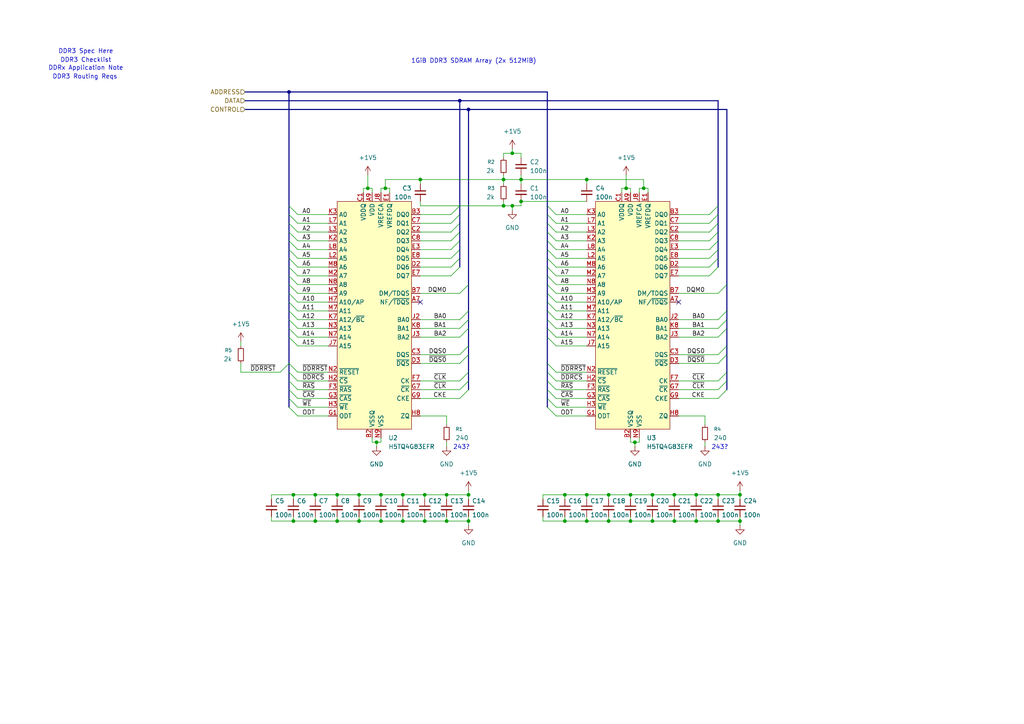
<source format=kicad_sch>
(kicad_sch (version 20250114) (generator "eeschema") (generator_version "9.0")
  (paper "A4")
  (title_block (title "Slate") (date "2025-06-07") (rev "v1.0") (company "Chengyin Yao (Cyao)") (comment 1 "https://github.com/cheyao/slate"))
  (lib_symbols
    (symbol "Device:C_Small" (pin_numbers (hide yes)) (pin_names (offset 0.254) (hide yes))
      (property "Reference" "C" (at 0.254 1.778 0))
      (property "Value" "C_Small" (at 0.254 -2.032 0))
      (symbol "C_Small_0_1"
        (polyline (pts (xy -1.524 0.508) (xy 1.524 0.508)) (stroke (width 0.3048)))
        (polyline (pts (xy -1.524 -0.508) (xy 1.524 -0.508)) (stroke (width 0.3302)))
      )
      (symbol "C_Small_1_1"
        (pin passive line (at 0 2.54 270) (length 2.032) (name "~") (number "1"))
        (pin passive line (at 0 -2.54 90) (length 2.032) (name "~") (number "2"))
      )
    )
    (symbol "Device:R_Small" (pin_numbers (hide yes)) (pin_names (offset 0.254) (hide yes))
      (property "Reference" "R" (at 0 0 90))
      (property "Value" "R_Small" (at 1.778 0 90))
      (symbol "R_Small_0_1"
        (rectangle (start -0.762 1.778) (end 0.762 -1.778) (stroke (width 0.2032)))
      )
      (symbol "R_Small_1_1"
        (pin passive line (at 0 2.54 270) (length 0.762) (name "~") (number "1"))
        (pin passive line (at 0 -2.54 90) (length 0.762) (name "~") (number "2"))
      )
    )
    (symbol "power:+1V5" (power) (pin_numbers (hide yes)) (pin_names (offset 0) (hide yes))
      (property "Value" "+1V5" (at 0 3.556 0))
      (symbol "+1V5_0_1"
        (polyline (pts (xy -0.762 1.27) (xy 0 2.54)))
        (polyline (pts (xy 0 2.54) (xy 0.762 1.27)))
        (polyline (pts (xy 0 0) (xy 0 2.54)))
      )
      (symbol "+1V5_1_1"
        (pin power_in line (at 0 0 90) (length 0) (name "~") (number "1"))
      )
    )
    (symbol "power:GND" (power) (pin_numbers (hide yes)) (pin_names (offset 0) (hide yes))
      (property "Value" "GND" (at 0 -3.81 0))
      (symbol "GND_0_1"
        (polyline (pts (xy 0 0) (xy 0 -1.27) (xy 1.27 -1.27) (xy 0 -2.54) (xy -1.27 -1.27) (xy 0 -1.27)))
      )
      (symbol "GND_1_1"
        (pin power_in line (at 0 0 270) (length 0) (name "~") (number "1"))
      )
    )
    (symbol "slate-lib:H5TQ4G83EFR"
      (property "Reference" "U" (at 3.302 -29.21 0))
      (property "Value" "H5TQ4G83EFR" (at 9.144 -26.924 0))
      (symbol "H5TQ4G83EFR_1_1"
        (rectangle (start -11.43 40.64) (end 10.16 -25.4) (fill (type background)))
        (pin input line (at -13.97 36.83 0) (length 2.54) (name "A0") (number "K3"))
        (pin input line (at -13.97 34.29 0) (length 2.54) (name "A1") (number "L7"))
        (pin input line (at -13.97 31.75 0) (length 2.54) (name "A2") (number "L3"))
        (pin input line (at -13.97 29.21 0) (length 2.54) (name "A3") (number "K2"))
        (pin input line (at -13.97 26.67 0) (length 2.54) (name "A4") (number "L8"))
        (pin input line (at -13.97 24.13 0) (length 2.54) (name "A5") (number "L2"))
        (pin input line (at -13.97 21.59 0) (length 2.54) (name "A6") (number "M8"))
        (pin input line (at -13.97 19.05 0) (length 2.54) (name "A7") (number "M2"))
        (pin input line (at -13.97 16.51 0) (length 2.54) (name "A8") (number "N8"))
        (pin input line (at -13.97 13.97 0) (length 2.54) (name "A9") (number "M3"))
        (pin input line (at -13.97 11.43 0) (length 2.54) (name "A10/AP") (number "H7"))
        (pin input line (at -13.97 8.89 0) (length 2.54) (name "A11") (number "M7"))
        (pin input line (at -13.97 6.35 0) (length 2.54) (name "A12/~{BC}") (number "K7"))
        (pin input line (at -13.97 3.81 0) (length 2.54) (name "A13") (number "N3"))
        (pin input line (at -13.97 1.27 0) (length 2.54) (name "A14") (number "N7"))
        (pin input line (at -13.97 -1.27 0) (length 2.54) (name "A15") (number "J7"))
        (pin no_connect line (at -13.97 -6.35 0) (length 2.54) (hide yes) (name "NC") (number "A3"))
        (pin no_connect line (at -13.97 -6.35 0) (length 2.54) (hide yes) (name "NC") (number "F1"))
        (pin no_connect line (at -13.97 -6.35 0) (length 2.54) (hide yes) (name "NC") (number "F9"))
        (pin no_connect line (at -13.97 -6.35 0) (length 2.54) (hide yes) (name "NC") (number "H1"))
        (pin no_connect line (at -13.97 -6.35 0) (length 2.54) (hide yes) (name "NC") (number "H9"))
        (pin input line (at -13.97 -8.89 0) (length 2.54) (name "~{RESET}") (number "N2"))
        (pin input line (at -13.97 -11.43 0) (length 2.54) (name "~{CS}") (number "H2"))
        (pin input line (at -13.97 -13.97 0) (length 2.54) (name "~{RAS}") (number "F3"))
        (pin input line (at -13.97 -16.51 0) (length 2.54) (name "~{CAS}") (number "G3"))
        (pin input line (at -13.97 -19.05 0) (length 2.54) (name "~{WE}") (number "H3"))
        (pin power_in line (at -13.97 -21.59 0) (length 2.54) (name "ODT") (number "G1"))
        (pin power_in line (at -3.81 43.18 270) (length 2.54) (hide yes) (name "VDDQ") (number "B9"))
        (pin power_in line (at -3.81 43.18 270) (length 2.54) (name "VDDQ") (number "C1"))
        (pin power_in line (at -3.81 43.18 270) (length 2.54) (hide yes) (name "VDDQ") (number "E2"))
        (pin power_in line (at -3.81 43.18 270) (length 2.54) (hide yes) (name "VDDQ") (number "E9"))
        (pin power_in line (at -1.27 43.18 270) (length 2.54) (hide yes) (name "VDD") (number "A2"))
        (pin power_in line (at -1.27 43.18 270) (length 2.54) (name "VDD") (number "A9"))
        (pin power_in line (at -1.27 43.18 270) (length 2.54) (hide yes) (name "VDD") (number "D7"))
        (pin power_in line (at -1.27 43.18 270) (length 2.54) (hide yes) (name "VDD") (number "G2"))
        (pin power_in line (at -1.27 43.18 270) (length 2.54) (hide yes) (name "VDD") (number "G8"))
        (pin power_in line (at -1.27 43.18 270) (length 2.54) (hide yes) (name "VDD") (number "K1"))
        (pin power_in line (at -1.27 43.18 270) (length 2.54) (hide yes) (name "VDD") (number "K9"))
        (pin power_in line (at -1.27 43.18 270) (length 2.54) (hide yes) (name "VDD") (number "M1"))
        (pin power_in line (at -1.27 43.18 270) (length 2.54) (hide yes) (name "VDD") (number "M9"))
        (pin power_in line (at -1.27 -27.94 90) (length 2.54) (name "VSSQ") (number "B2"))
        (pin power_in line (at -1.27 -27.94 90) (length 2.54) (hide yes) (name "VSSQ") (number "B8"))
        (pin power_in line (at -1.27 -27.94 90) (length 2.54) (hide yes) (name "VSSQ") (number "C9"))
        (pin power_in line (at -1.27 -27.94 90) (length 2.54) (hide yes) (name "VSSQ") (number "D1"))
        (pin power_in line (at -1.27 -27.94 90) (length 2.54) (hide yes) (name "VSSQ") (number "D9"))
        (pin power_in line (at 1.27 43.18 270) (length 2.54) (name "VREFCA") (number "J8"))
        (pin power_in line (at 1.27 -27.94 90) (length 2.54) (hide yes) (name "VSS") (number "A1"))
        (pin power_in line (at 1.27 -27.94 90) (length 2.54) (hide yes) (name "VSS") (number "A8"))
        (pin power_in line (at 1.27 -27.94 90) (length 2.54) (hide yes) (name "VSS") (number "B1"))
        (pin power_in line (at 1.27 -27.94 90) (length 2.54) (hide yes) (name "VSS") (number "D8"))
        (pin power_in line (at 1.27 -27.94 90) (length 2.54) (hide yes) (name "VSS") (number "F2"))
        (pin power_in line (at 1.27 -27.94 90) (length 2.54) (hide yes) (name "VSS") (number "F8"))
        (pin power_in line (at 1.27 -27.94 90) (length 2.54) (hide yes) (name "VSS") (number "J1"))
        (pin power_in line (at 1.27 -27.94 90) (length 2.54) (hide yes) (name "VSS") (number "J9"))
        (pin power_in line (at 1.27 -27.94 90) (length 2.54) (hide yes) (name "VSS") (number "L1"))
        (pin power_in line (at 1.27 -27.94 90) (length 2.54) (hide yes) (name "VSS") (number "L9"))
        (pin power_in line (at 1.27 -27.94 90) (length 2.54) (hide yes) (name "VSS") (number "N1"))
        (pin power_in line (at 1.27 -27.94 90) (length 2.54) (name "VSS") (number "N9"))
        (pin power_in line (at 3.81 43.18 270) (length 2.54) (name "VREFDQ") (number "E1"))
        (pin bidirectional line (at 12.7 36.83 180) (length 2.54) (name "DQ0") (number "B3"))
        (pin bidirectional line (at 12.7 34.29 180) (length 2.54) (name "DQ1") (number "C7"))
        (pin bidirectional line (at 12.7 31.75 180) (length 2.54) (name "DQ2") (number "C2"))
        (pin bidirectional line (at 12.7 29.21 180) (length 2.54) (name "DQ3") (number "C8"))
        (pin bidirectional line (at 12.7 26.67 180) (length 2.54) (name "DQ4") (number "E3"))
        (pin bidirectional line (at 12.7 24.13 180) (length 2.54) (name "DQ5") (number "E8"))
        (pin power_in line (at 12.7 21.59 180) (length 2.54) (name "DQ6") (number "D2"))
        (pin bidirectional line (at 12.7 19.05 180) (length 2.54) (name "DQ7") (number "E7"))
        (pin bidirectional line (at 12.7 13.97 180) (length 2.54) (name "DM/TDQS") (number "B7"))
        (pin output line (at 12.7 11.43 180) (length 2.54) (name "NF/~{TDQS}") (number "A7"))
        (pin input line (at 12.7 6.35 180) (length 2.54) (name "BA0") (number "J2"))
        (pin input line (at 12.7 3.81 180) (length 2.54) (name "BA1") (number "K8"))
        (pin input line (at 12.7 1.27 180) (length 2.54) (name "BA2") (number "J3"))
        (pin bidirectional line (at 12.7 -3.81 180) (length 2.54) (name "DQS") (number "C3"))
        (pin bidirectional line (at 12.7 -6.35 180) (length 2.54) (name "~{DQS}") (number "D3"))
        (pin input line (at 12.7 -11.43 180) (length 2.54) (name "CK") (number "F7"))
        (pin input line (at 12.7 -13.97 180) (length 2.54) (name "~{CK}") (number "G7"))
        (pin input line (at 12.7 -16.51 180) (length 2.54) (name "CKE") (number "G9"))
        (pin power_in line (at 12.7 -21.59 180) (length 2.54) (name "ZQ") (number "H8"))
      )
    )
  )
  (text "243?" (at 133.858 129.794 0) (effects (font (size 1.27 1.27))))
  (text "1GiB DDR3 SDRAM Array (2x 512MiB)" (at 137.414 17.78 0) (effects (font (size 1.27 1.27))))
  (text "DDR3 Spec Here" (at 24.892 14.986 0) (effects (font (size 1.27 1.27))))
  (text "DDR3 Routing Reqs" (at 24.638 22.352 0) (effects (font (size 1.27 1.27))))
  (text "243?" (at 208.788 129.794 0) (effects (font (size 1.27 1.27))))
  (text "DDRx Application Note" (at 24.892 19.812 0) (effects (font (size 1.27 1.27))))
  (text "DDR3 Checklist" (at 24.892 17.526 0) (effects (font (size 1.27 1.27))))
  (junction (at 201.93 143.51))
  (junction (at 146.05 52.07))
  (junction (at 135.89 31.75))
  (junction (at 186.69 54.61))
  (junction (at 163.83 143.51))
  (junction (at 148.59 59.69))
  (junction (at 109.22 128.27))
  (junction (at 91.44 151.13))
  (junction (at 195.58 151.13))
  (junction (at 214.63 143.51))
  (junction (at 135.89 151.13))
  (junction (at 91.44 143.51))
  (junction (at 176.53 143.51))
  (junction (at 182.88 151.13))
  (junction (at 116.84 143.51))
  (junction (at 163.83 151.13))
  (junction (at 135.89 143.51))
  (junction (at 189.23 143.51))
  (junction (at 85.09 151.13))
  (junction (at 85.09 143.51))
  (junction (at 176.53 151.13))
  (junction (at 83.82 26.67))
  (junction (at 110.49 151.13))
  (junction (at 116.84 151.13))
  (junction (at 121.92 52.07))
  (junction (at 148.59 44.45))
  (junction (at 97.79 151.13))
  (junction (at 133.35 29.21))
  (junction (at 110.49 143.51))
  (junction (at 170.18 151.13))
  (junction (at 208.28 151.13))
  (junction (at 189.23 151.13))
  (junction (at 123.19 151.13))
  (junction (at 182.88 143.51))
  (junction (at 104.14 143.51))
  (junction (at 151.13 52.07))
  (junction (at 123.19 143.51))
  (junction (at 208.28 143.51))
  (junction (at 151.13 58.42))
  (junction (at 201.93 151.13))
  (junction (at 129.54 143.51))
  (junction (at 181.61 54.61))
  (junction (at 170.18 143.51))
  (junction (at 106.68 54.61))
  (junction (at 129.54 151.13))
  (junction (at 97.79 143.51))
  (junction (at 195.58 143.51))
  (junction (at 184.15 128.27))
  (junction (at 214.63 151.13))
  (junction (at 170.18 52.07))
  (junction (at 146.05 59.69))
  (junction (at 104.14 151.13))
  (junction (at 111.76 54.61))
  (no_connect (at 196.85 87.63))
  (no_connect (at 121.92 87.63))
  (bus_entry (at 158.75 80.01) (size 2.54 2.54))
  (bus_entry (at 86.36 115.57) (size -2.54 -2.54))
  (bus_entry (at 83.82 72.39) (size 2.54 2.54))
  (bus_entry (at 133.35 102.87) (size 2.54 -2.54))
  (bus_entry (at 133.35 85.09) (size 2.54 -2.54))
  (bus_entry (at 208.28 85.09) (size 2.54 -2.54))
  (bus_entry (at 133.35 95.25) (size 2.54 -2.54))
  (bus_entry (at 158.75 69.85) (size 2.54 2.54))
  (bus_entry (at 86.36 69.85) (size -2.54 -2.54))
  (bus_entry (at 83.82 97.79) (size 2.54 2.54))
  (bus_entry (at 205.74 80.01) (size 2.54 -2.54))
  (bus_entry (at 208.28 113.03) (size 2.54 -2.54))
  (bus_entry (at 130.81 67.31) (size 2.54 -2.54))
  (bus_entry (at 133.35 115.57) (size 2.54 -2.54))
  (bus_entry (at 205.74 74.93) (size 2.54 -2.54))
  (bus_entry (at 161.29 120.65) (size -2.54 -2.54))
  (bus_entry (at 86.36 64.77) (size -2.54 -2.54))
  (bus_entry (at 205.74 62.23) (size 2.54 -2.54))
  (bus_entry (at 205.74 69.85) (size 2.54 -2.54))
  (bus_entry (at 205.74 72.39) (size 2.54 -2.54))
  (bus_entry (at 86.36 107.95) (size -2.54 -2.54))
  (bus_entry (at 208.28 110.49) (size 2.54 -2.54))
  (bus_entry (at 83.82 95.25) (size 2.54 2.54))
  (bus_entry (at 86.36 110.49) (size -2.54 -2.54))
  (bus_entry (at 208.28 95.25) (size 2.54 -2.54))
  (bus_entry (at 130.81 64.77) (size 2.54 -2.54))
  (bus_entry (at 161.29 118.11) (size -2.54 -2.54))
  (bus_entry (at 158.75 72.39) (size 2.54 2.54))
  (bus_entry (at 81.28 107.95) (size 2.54 -2.54))
  (bus_entry (at 208.28 105.41) (size 2.54 -2.54))
  (bus_entry (at 205.74 67.31) (size 2.54 -2.54))
  (bus_entry (at 83.82 80.01) (size 2.54 2.54))
  (bus_entry (at 205.74 77.47) (size 2.54 -2.54))
  (bus_entry (at 161.29 67.31) (size -2.54 -2.54))
  (bus_entry (at 161.29 69.85) (size -2.54 -2.54))
  (bus_entry (at 86.36 62.23) (size -2.54 -2.54))
  (bus_entry (at 83.82 92.71) (size 2.54 2.54))
  (bus_entry (at 133.35 92.71) (size 2.54 -2.54))
  (bus_entry (at 83.82 74.93) (size 2.54 2.54))
  (bus_entry (at 161.29 107.95) (size -2.54 -2.54))
  (bus_entry (at 86.36 118.11) (size -2.54 -2.54))
  (bus_entry (at 208.28 97.79) (size 2.54 -2.54))
  (bus_entry (at 158.75 92.71) (size 2.54 2.54))
  (bus_entry (at 208.28 92.71) (size 2.54 -2.54))
  (bus_entry (at 161.29 110.49) (size -2.54 -2.54))
  (bus_entry (at 83.82 82.55) (size 2.54 2.54))
  (bus_entry (at 205.74 64.77) (size 2.54 -2.54))
  (bus_entry (at 130.81 80.01) (size 2.54 -2.54))
  (bus_entry (at 158.75 82.55) (size 2.54 2.54))
  (bus_entry (at 83.82 85.09) (size 2.54 2.54))
  (bus_entry (at 130.81 69.85) (size 2.54 -2.54))
  (bus_entry (at 86.36 120.65) (size -2.54 -2.54))
  (bus_entry (at 133.35 113.03) (size 2.54 -2.54))
  (bus_entry (at 130.81 62.23) (size 2.54 -2.54))
  (bus_entry (at 208.28 102.87) (size 2.54 -2.54))
  (bus_entry (at 133.35 97.79) (size 2.54 -2.54))
  (bus_entry (at 158.75 74.93) (size 2.54 2.54))
  (bus_entry (at 158.75 95.25) (size 2.54 2.54))
  (bus_entry (at 158.75 85.09) (size 2.54 2.54))
  (bus_entry (at 83.82 69.85) (size 2.54 2.54))
  (bus_entry (at 130.81 74.93) (size 2.54 -2.54))
  (bus_entry (at 86.36 113.03) (size -2.54 -2.54))
  (bus_entry (at 83.82 90.17) (size 2.54 2.54))
  (bus_entry (at 161.29 113.03) (size -2.54 -2.54))
  (bus_entry (at 83.82 87.63) (size 2.54 2.54))
  (bus_entry (at 133.35 105.41) (size 2.54 -2.54))
  (bus_entry (at 130.81 77.47) (size 2.54 -2.54))
  (bus_entry (at 161.29 64.77) (size -2.54 -2.54))
  (bus_entry (at 158.75 87.63) (size 2.54 2.54))
  (bus_entry (at 161.29 62.23) (size -2.54 -2.54))
  (bus_entry (at 158.75 77.47) (size 2.54 2.54))
  (bus_entry (at 158.75 97.79) (size 2.54 2.54))
  (bus_entry (at 86.36 67.31) (size -2.54 -2.54))
  (bus_entry (at 83.82 77.47) (size 2.54 2.54))
  (bus_entry (at 133.35 110.49) (size 2.54 -2.54))
  (bus_entry (at 161.29 115.57) (size -2.54 -2.54))
  (bus_entry (at 208.28 115.57) (size 2.54 -2.54))
  (bus_entry (at 158.75 90.17) (size 2.54 2.54))
  (bus_entry (at 130.81 72.39) (size 2.54 -2.54))
  (bus (pts (xy 135.89 95.25) (xy 135.89 92.71)))
  (wire (pts (xy 91.44 151.13) (xy 97.79 151.13)))
  (wire (pts (xy 182.88 143.51) (xy 176.53 143.51)))
  (wire (pts (xy 157.48 149.86) (xy 157.48 151.13)))
  (bus (pts (xy 158.75 80.01) (xy 158.75 82.55)))
  (wire (pts (xy 208.28 143.51) (xy 201.93 143.51)))
  (wire (pts (xy 170.18 151.13) (xy 170.18 149.86)))
  (bus (pts (xy 133.35 69.85) (xy 133.35 67.31)))
  (bus (pts (xy 83.82 107.95) (xy 83.82 110.49)))
  (wire (pts (xy 104.14 143.51) (xy 104.14 144.78)))
  (bus (pts (xy 133.35 72.39) (xy 133.35 69.85)))
  (wire (pts (xy 184.15 128.27) (xy 182.88 128.27)))
  (wire (pts (xy 208.28 95.25) (xy 196.85 95.25)))
  (wire (pts (xy 130.81 67.31) (xy 121.92 67.31)))
  (wire (pts (xy 170.18 143.51) (xy 163.83 143.51)))
  (bus (pts (xy 158.75 77.47) (xy 158.75 80.01)))
  (wire (pts (xy 97.79 151.13) (xy 97.79 149.86)))
  (wire (pts (xy 189.23 143.51) (xy 189.23 144.78)))
  (bus (pts (xy 158.75 110.49) (xy 158.75 113.03)))
  (wire (pts (xy 186.69 54.61) (xy 185.42 54.61)))
  (wire (pts (xy 163.83 143.51) (xy 163.83 144.78)))
  (wire (pts (xy 91.44 143.51) (xy 91.44 144.78)))
  (wire (pts (xy 133.35 113.03) (xy 121.92 113.03)))
  (bus (pts (xy 158.75 92.71) (xy 158.75 95.25)))
  (wire (pts (xy 187.96 54.61) (xy 187.96 55.88)))
  (wire (pts (xy 97.79 151.13) (xy 104.14 151.13)))
  (wire (pts (xy 182.88 54.61) (xy 182.88 55.88)))
  (wire (pts (xy 123.19 143.51) (xy 116.84 143.51)))
  (wire (pts (xy 161.29 92.71) (xy 170.18 92.71)))
  (wire (pts (xy 161.29 69.85) (xy 170.18 69.85)))
  (wire (pts (xy 204.47 128.27) (xy 204.47 129.54)))
  (wire (pts (xy 130.81 80.01) (xy 121.92 80.01)))
  (bus (pts (xy 83.82 90.17) (xy 83.82 92.71)))
  (wire (pts (xy 129.54 128.27) (xy 129.54 129.54)))
  (bus (pts (xy 210.82 107.95) (xy 210.82 102.87)))
  (wire (pts (xy 170.18 143.51) (xy 170.18 144.78)))
  (wire (pts (xy 176.53 151.13) (xy 176.53 149.86)))
  (bus (pts (xy 83.82 77.47) (xy 83.82 80.01)))
  (wire (pts (xy 106.68 54.61) (xy 107.95 54.61)))
  (wire (pts (xy 148.59 59.69) (xy 151.13 59.69)))
  (wire (pts (xy 86.36 113.03) (xy 95.25 113.03)))
  (wire (pts (xy 121.92 58.42) (xy 121.92 59.69)))
  (wire (pts (xy 204.47 120.65) (xy 204.47 123.19)))
  (wire (pts (xy 161.29 72.39) (xy 170.18 72.39)))
  (wire (pts (xy 205.74 64.77) (xy 196.85 64.77)))
  (wire (pts (xy 161.29 64.77) (xy 170.18 64.77)))
  (bus (pts (xy 135.89 100.33) (xy 135.89 95.25)))
  (bus (pts (xy 83.82 26.67) (xy 158.75 26.67)))
  (bus (pts (xy 83.82 82.55) (xy 83.82 85.09)))
  (bus (pts (xy 133.35 29.21) (xy 208.28 29.21)))
  (bus (pts (xy 83.82 87.63) (xy 83.82 90.17)))
  (wire (pts (xy 208.28 92.71) (xy 196.85 92.71)))
  (wire (pts (xy 109.22 128.27) (xy 107.95 128.27)))
  (wire (pts (xy 161.29 80.01) (xy 170.18 80.01)))
  (wire (pts (xy 97.79 143.51) (xy 97.79 144.78)))
  (wire (pts (xy 86.36 80.01) (xy 95.25 80.01)))
  (bus (pts (xy 158.75 59.69) (xy 158.75 62.23)))
  (wire (pts (xy 208.28 151.13) (xy 208.28 149.86)))
  (wire (pts (xy 185.42 127) (xy 185.42 128.27)))
  (wire (pts (xy 201.93 143.51) (xy 195.58 143.51)))
  (bus (pts (xy 83.82 26.67) (xy 83.82 59.69)))
  (bus (pts (xy 135.89 107.95) (xy 135.89 102.87)))
  (wire (pts (xy 86.36 82.55) (xy 95.25 82.55)))
  (wire (pts (xy 181.61 54.61) (xy 180.34 54.61)))
  (wire (pts (xy 135.89 144.78) (xy 135.89 143.51)))
  (bus (pts (xy 208.28 72.39) (xy 208.28 69.85)))
  (wire (pts (xy 184.15 128.27) (xy 185.42 128.27)))
  (bus (pts (xy 71.12 31.75) (xy 135.89 31.75)))
  (wire (pts (xy 163.83 151.13) (xy 170.18 151.13)))
  (wire (pts (xy 130.81 74.93) (xy 121.92 74.93)))
  (wire (pts (xy 104.14 151.13) (xy 104.14 149.86)))
  (wire (pts (xy 189.23 143.51) (xy 182.88 143.51)))
  (wire (pts (xy 110.49 55.88) (xy 110.49 54.61)))
  (wire (pts (xy 208.28 113.03) (xy 196.85 113.03)))
  (wire (pts (xy 107.95 54.61) (xy 107.95 55.88)))
  (wire (pts (xy 86.36 115.57) (xy 95.25 115.57)))
  (wire (pts (xy 186.69 52.07) (xy 186.69 54.61)))
  (bus (pts (xy 133.35 74.93) (xy 133.35 72.39)))
  (bus (pts (xy 135.89 102.87) (xy 135.89 100.33)))
  (wire (pts (xy 130.81 69.85) (xy 121.92 69.85)))
  (wire (pts (xy 78.74 149.86) (xy 78.74 151.13)))
  (bus (pts (xy 83.82 113.03) (xy 83.82 115.57)))
  (bus (pts (xy 210.82 95.25) (xy 210.82 92.71)))
  (wire (pts (xy 86.36 97.79) (xy 95.25 97.79)))
  (wire (pts (xy 161.29 118.11) (xy 170.18 118.11)))
  (wire (pts (xy 214.63 142.24) (xy 214.63 143.51)))
  (bus (pts (xy 210.82 31.75) (xy 135.89 31.75)))
  (wire (pts (xy 161.29 115.57) (xy 170.18 115.57)))
  (wire (pts (xy 208.28 151.13) (xy 214.63 151.13)))
  (wire (pts (xy 110.49 143.51) (xy 104.14 143.51)))
  (bus (pts (xy 83.82 72.39) (xy 83.82 74.93)))
  (wire (pts (xy 111.76 52.07) (xy 121.92 52.07)))
  (wire (pts (xy 110.49 143.51) (xy 110.49 144.78)))
  (bus (pts (xy 208.28 77.47) (xy 208.28 74.93)))
  (bus (pts (xy 158.75 64.77) (xy 158.75 67.31)))
  (wire (pts (xy 116.84 151.13) (xy 123.19 151.13)))
  (wire (pts (xy 146.05 58.42) (xy 146.05 59.69)))
  (wire (pts (xy 135.89 143.51) (xy 129.54 143.51)))
  (wire (pts (xy 205.74 67.31) (xy 196.85 67.31)))
  (bus (pts (xy 83.82 115.57) (xy 83.82 118.11)))
  (wire (pts (xy 161.29 107.95) (xy 170.18 107.95)))
  (wire (pts (xy 148.59 59.69) (xy 148.59 60.96)))
  (bus (pts (xy 158.75 115.57) (xy 158.75 118.11)))
  (wire (pts (xy 161.29 110.49) (xy 170.18 110.49)))
  (wire (pts (xy 182.88 128.27) (xy 182.88 127)))
  (wire (pts (xy 135.89 151.13) (xy 135.89 152.4)))
  (wire (pts (xy 161.29 62.23) (xy 170.18 62.23)))
  (wire (pts (xy 86.36 69.85) (xy 95.25 69.85)))
  (wire (pts (xy 161.29 87.63) (xy 170.18 87.63)))
  (wire (pts (xy 86.36 87.63) (xy 95.25 87.63)))
  (wire (pts (xy 146.05 59.69) (xy 148.59 59.69)))
  (bus (pts (xy 133.35 64.77) (xy 133.35 62.23)))
  (wire (pts (xy 151.13 59.69) (xy 151.13 58.42)))
  (bus (pts (xy 208.28 74.93) (xy 208.28 72.39)))
  (wire (pts (xy 69.85 107.95) (xy 81.28 107.95)))
  (wire (pts (xy 104.14 143.51) (xy 97.79 143.51)))
  (bus (pts (xy 83.82 62.23) (xy 83.82 64.77)))
  (wire (pts (xy 146.05 52.07) (xy 146.05 53.34)))
  (wire (pts (xy 176.53 143.51) (xy 170.18 143.51)))
  (wire (pts (xy 133.35 95.25) (xy 121.92 95.25)))
  (wire (pts (xy 86.36 107.95) (xy 95.25 107.95)))
  (wire (pts (xy 176.53 143.51) (xy 176.53 144.78)))
  (wire (pts (xy 170.18 151.13) (xy 176.53 151.13)))
  (wire (pts (xy 208.28 97.79) (xy 196.85 97.79)))
  (wire (pts (xy 157.48 143.51) (xy 157.48 144.78)))
  (bus (pts (xy 133.35 67.31) (xy 133.35 64.77)))
  (wire (pts (xy 161.29 74.93) (xy 170.18 74.93)))
  (bus (pts (xy 158.75 69.85) (xy 158.75 72.39)))
  (wire (pts (xy 85.09 143.51) (xy 85.09 144.78)))
  (wire (pts (xy 163.83 143.51) (xy 157.48 143.51)))
  (wire (pts (xy 205.74 74.93) (xy 196.85 74.93)))
  (wire (pts (xy 129.54 151.13) (xy 129.54 149.86)))
  (bus (pts (xy 83.82 105.41) (xy 83.82 107.95)))
  (wire (pts (xy 151.13 45.72) (xy 151.13 44.45)))
  (wire (pts (xy 107.95 128.27) (xy 107.95 127)))
  (wire (pts (xy 91.44 151.13) (xy 91.44 149.86)))
  (wire (pts (xy 121.92 59.69) (xy 133.35 59.69)))
  (bus (pts (xy 210.82 100.33) (xy 210.82 95.25)))
  (bus (pts (xy 83.82 80.01) (xy 83.82 82.55)))
  (wire (pts (xy 116.84 143.51) (xy 116.84 144.78)))
  (bus (pts (xy 158.75 97.79) (xy 158.75 105.41)))
  (bus (pts (xy 158.75 62.23) (xy 158.75 64.77)))
  (wire (pts (xy 133.35 105.41) (xy 121.92 105.41)))
  (bus (pts (xy 158.75 26.67) (xy 158.75 59.69)))
  (bus (pts (xy 210.82 92.71) (xy 210.82 90.17)))
  (wire (pts (xy 86.36 100.33) (xy 95.25 100.33)))
  (wire (pts (xy 185.42 54.61) (xy 185.42 55.88)))
  (bus (pts (xy 83.82 85.09) (xy 83.82 87.63)))
  (wire (pts (xy 182.88 151.13) (xy 189.23 151.13)))
  (wire (pts (xy 214.63 151.13) (xy 214.63 152.4)))
  (wire (pts (xy 214.63 143.51) (xy 208.28 143.51)))
  (bus (pts (xy 83.82 67.31) (xy 83.82 69.85)))
  (wire (pts (xy 181.61 54.61) (xy 182.88 54.61)))
  (bus (pts (xy 133.35 29.21) (xy 71.12 29.21)))
  (wire (pts (xy 195.58 151.13) (xy 201.93 151.13)))
  (wire (pts (xy 105.41 54.61) (xy 105.41 55.88)))
  (wire (pts (xy 182.88 143.51) (xy 182.88 144.78)))
  (wire (pts (xy 69.85 99.06) (xy 69.85 100.33)))
  (wire (pts (xy 195.58 151.13) (xy 195.58 149.86)))
  (bus (pts (xy 133.35 77.47) (xy 133.35 74.93)))
  (bus (pts (xy 158.75 95.25) (xy 158.75 97.79)))
  (wire (pts (xy 116.84 143.51) (xy 110.49 143.51)))
  (wire (pts (xy 189.23 149.86) (xy 189.23 151.13)))
  (wire (pts (xy 170.18 52.07) (xy 170.18 53.34)))
  (wire (pts (xy 86.36 95.25) (xy 95.25 95.25)))
  (bus (pts (xy 208.28 67.31) (xy 208.28 64.77)))
  (wire (pts (xy 86.36 85.09) (xy 95.25 85.09)))
  (wire (pts (xy 201.93 143.51) (xy 201.93 144.78)))
  (bus (pts (xy 158.75 87.63) (xy 158.75 90.17)))
  (bus (pts (xy 133.35 62.23) (xy 133.35 59.69)))
  (bus (pts (xy 208.28 62.23) (xy 208.28 59.69)))
  (bus (pts (xy 83.82 74.93) (xy 83.82 77.47)))
  (wire (pts (xy 133.35 59.69) (xy 146.05 59.69)))
  (wire (pts (xy 208.28 102.87) (xy 196.85 102.87)))
  (wire (pts (xy 195.58 143.51) (xy 189.23 143.51)))
  (wire (pts (xy 133.35 102.87) (xy 121.92 102.87)))
  (wire (pts (xy 130.81 77.47) (xy 121.92 77.47)))
  (wire (pts (xy 161.29 95.25) (xy 170.18 95.25)))
  (wire (pts (xy 157.48 151.13) (xy 163.83 151.13)))
  (wire (pts (xy 196.85 120.65) (xy 204.47 120.65)))
  (bus (pts (xy 83.82 26.67) (xy 71.12 26.67)))
  (wire (pts (xy 205.74 72.39) (xy 196.85 72.39)))
  (wire (pts (xy 161.29 113.03) (xy 170.18 113.03)))
  (wire (pts (xy 205.74 69.85) (xy 196.85 69.85)))
  (wire (pts (xy 205.74 77.47) (xy 196.85 77.47)))
  (wire (pts (xy 133.35 110.49) (xy 121.92 110.49)))
  (wire (pts (xy 151.13 52.07) (xy 170.18 52.07)))
  (wire (pts (xy 161.29 90.17) (xy 170.18 90.17)))
  (wire (pts (xy 208.28 105.41) (xy 196.85 105.41)))
  (wire (pts (xy 86.36 90.17) (xy 95.25 90.17)))
  (wire (pts (xy 123.19 143.51) (xy 123.19 144.78)))
  (wire (pts (xy 91.44 143.51) (xy 85.09 143.51)))
  (wire (pts (xy 86.36 62.23) (xy 95.25 62.23)))
  (wire (pts (xy 86.36 77.47) (xy 95.25 77.47)))
  (wire (pts (xy 208.28 115.57) (xy 196.85 115.57)))
  (wire (pts (xy 186.69 54.61) (xy 187.96 54.61)))
  (wire (pts (xy 86.36 120.65) (xy 95.25 120.65)))
  (wire (pts (xy 146.05 44.45) (xy 146.05 45.72)))
  (wire (pts (xy 86.36 118.11) (xy 95.25 118.11)))
  (wire (pts (xy 208.28 110.49) (xy 196.85 110.49)))
  (wire (pts (xy 129.54 120.65) (xy 129.54 123.19)))
  (bus (pts (xy 208.28 59.69) (xy 208.28 29.21)))
  (wire (pts (xy 129.54 143.51) (xy 129.54 144.78)))
  (wire (pts (xy 123.19 151.13) (xy 129.54 151.13)))
  (wire (pts (xy 163.83 151.13) (xy 163.83 149.86)))
  (bus (pts (xy 83.82 110.49) (xy 83.82 113.03)))
  (wire (pts (xy 86.36 74.93) (xy 95.25 74.93)))
  (bus (pts (xy 83.82 97.79) (xy 83.82 105.41)))
  (wire (pts (xy 133.35 97.79) (xy 121.92 97.79)))
  (wire (pts (xy 201.93 151.13) (xy 208.28 151.13)))
  (wire (pts (xy 195.58 143.51) (xy 195.58 144.78)))
  (wire (pts (xy 161.29 120.65) (xy 170.18 120.65)))
  (wire (pts (xy 148.59 43.18) (xy 148.59 44.45)))
  (wire (pts (xy 106.68 54.61) (xy 105.41 54.61)))
  (wire (pts (xy 201.93 151.13) (xy 201.93 149.86)))
  (bus (pts (xy 83.82 95.25) (xy 83.82 97.79)))
  (wire (pts (xy 110.49 149.86) (xy 110.49 151.13)))
  (wire (pts (xy 161.29 77.47) (xy 170.18 77.47)))
  (wire (pts (xy 208.28 85.09) (xy 196.85 85.09)))
  (bus (pts (xy 210.82 90.17) (xy 210.82 82.55)))
  (bus (pts (xy 83.82 69.85) (xy 83.82 72.39)))
  (wire (pts (xy 109.22 128.27) (xy 109.22 129.54)))
  (wire (pts (xy 214.63 144.78) (xy 214.63 143.51)))
  (bus (pts (xy 83.82 92.71) (xy 83.82 95.25)))
  (bus (pts (xy 158.75 105.41) (xy 158.75 107.95)))
  (wire (pts (xy 205.74 80.01) (xy 196.85 80.01)))
  (wire (pts (xy 184.15 128.27) (xy 184.15 129.54)))
  (wire (pts (xy 135.89 142.24) (xy 135.89 143.51)))
  (bus (pts (xy 135.89 113.03) (xy 135.89 110.49)))
  (bus (pts (xy 210.82 102.87) (xy 210.82 100.33)))
  (wire (pts (xy 86.36 110.49) (xy 95.25 110.49)))
  (wire (pts (xy 129.54 143.51) (xy 123.19 143.51)))
  (wire (pts (xy 110.49 54.61) (xy 111.76 54.61)))
  (wire (pts (xy 133.35 92.71) (xy 121.92 92.71)))
  (bus (pts (xy 135.89 92.71) (xy 135.89 90.17)))
  (wire (pts (xy 161.29 100.33) (xy 170.18 100.33)))
  (wire (pts (xy 116.84 151.13) (xy 116.84 149.86)))
  (wire (pts (xy 180.34 54.61) (xy 180.34 55.88)))
  (bus (pts (xy 158.75 113.03) (xy 158.75 115.57)))
  (wire (pts (xy 133.35 85.09) (xy 121.92 85.09)))
  (bus (pts (xy 158.75 74.93) (xy 158.75 77.47)))
  (wire (pts (xy 135.89 151.13) (xy 135.89 149.86)))
  (wire (pts (xy 78.74 143.51) (xy 78.74 144.78)))
  (wire (pts (xy 130.81 62.23) (xy 121.92 62.23)))
  (wire (pts (xy 85.09 151.13) (xy 85.09 149.86)))
  (bus (pts (xy 133.35 59.69) (xy 133.35 29.21)))
  (wire (pts (xy 85.09 151.13) (xy 91.44 151.13)))
  (wire (pts (xy 123.19 151.13) (xy 123.19 149.86)))
  (wire (pts (xy 110.49 151.13) (xy 116.84 151.13)))
  (bus (pts (xy 135.89 110.49) (xy 135.89 107.95)))
  (wire (pts (xy 86.36 64.77) (xy 95.25 64.77)))
  (bus (pts (xy 210.82 110.49) (xy 210.82 107.95)))
  (wire (pts (xy 121.92 52.07) (xy 121.92 53.34)))
  (bus (pts (xy 135.89 82.55) (xy 135.89 31.75)))
  (bus (pts (xy 158.75 90.17) (xy 158.75 92.71)))
  (bus (pts (xy 158.75 85.09) (xy 158.75 87.63)))
  (bus (pts (xy 210.82 82.55) (xy 210.82 31.75)))
  (wire (pts (xy 85.09 143.51) (xy 78.74 143.51)))
  (wire (pts (xy 214.63 151.13) (xy 214.63 149.86)))
  (wire (pts (xy 176.53 151.13) (xy 182.88 151.13)))
  (wire (pts (xy 146.05 44.45) (xy 148.59 44.45)))
  (bus (pts (xy 83.82 59.69) (xy 83.82 62.23)))
  (wire (pts (xy 146.05 50.8) (xy 146.05 52.07)))
  (wire (pts (xy 161.29 97.79) (xy 170.18 97.79)))
  (wire (pts (xy 109.22 128.27) (xy 110.49 128.27)))
  (wire (pts (xy 86.36 72.39) (xy 95.25 72.39)))
  (wire (pts (xy 113.03 54.61) (xy 113.03 55.88)))
  (wire (pts (xy 130.81 72.39) (xy 121.92 72.39)))
  (wire (pts (xy 110.49 127) (xy 110.49 128.27)))
  (wire (pts (xy 104.14 151.13) (xy 110.49 151.13)))
  (wire (pts (xy 151.13 58.42) (xy 170.18 58.42)))
  (wire (pts (xy 86.36 67.31) (xy 95.25 67.31)))
  (wire (pts (xy 181.61 50.8) (xy 181.61 54.61)))
  (wire (pts (xy 121.92 120.65) (xy 129.54 120.65)))
  (bus (pts (xy 208.28 64.77) (xy 208.28 62.23)))
  (wire (pts (xy 151.13 52.07) (xy 151.13 53.34)))
  (bus (pts (xy 158.75 82.55) (xy 158.75 85.09)))
  (wire (pts (xy 182.88 151.13) (xy 182.88 149.86)))
  (wire (pts (xy 161.29 82.55) (xy 170.18 82.55)))
  (bus (pts (xy 83.82 64.77) (xy 83.82 67.31)))
  (wire (pts (xy 208.28 143.51) (xy 208.28 144.78)))
  (bus (pts (xy 208.28 69.85) (xy 208.28 67.31)))
  (wire (pts (xy 170.18 52.07) (xy 186.69 52.07)))
  (bus (pts (xy 158.75 67.31) (xy 158.75 69.85)))
  (bus (pts (xy 158.75 72.39) (xy 158.75 74.93)))
  (wire (pts (xy 78.74 151.13) (xy 85.09 151.13)))
  (wire (pts (xy 111.76 54.61) (xy 113.03 54.61)))
  (wire (pts (xy 111.76 54.61) (xy 111.76 52.07)))
  (wire (pts (xy 161.29 85.09) (xy 170.18 85.09)))
  (bus (pts (xy 135.89 90.17) (xy 135.89 82.55)))
  (wire (pts (xy 97.79 143.51) (xy 91.44 143.51)))
  (wire (pts (xy 151.13 50.8) (xy 151.13 52.07)))
  (wire (pts (xy 69.85 105.41) (xy 69.85 107.95)))
  (wire (pts (xy 148.59 44.45) (xy 151.13 44.45)))
  (wire (pts (xy 129.54 151.13) (xy 135.89 151.13)))
  (wire (pts (xy 146.05 52.07) (xy 151.13 52.07)))
  (wire (pts (xy 130.81 64.77) (xy 121.92 64.77)))
  (wire (pts (xy 133.35 115.57) (xy 121.92 115.57)))
  (wire (pts (xy 106.68 50.8) (xy 106.68 54.61)))
  (wire (pts (xy 86.36 92.71) (xy 95.25 92.71)))
  (wire (pts (xy 189.23 151.13) (xy 195.58 151.13)))
  (bus (pts (xy 210.82 113.03) (xy 210.82 110.49)))
  (wire (pts (xy 121.92 52.07) (xy 146.05 52.07)))
  (wire (pts (xy 205.74 62.23) (xy 196.85 62.23)))
  (wire (pts (xy 161.29 67.31) (xy 170.18 67.31)))
  (bus (pts (xy 158.75 107.95) (xy 158.75 110.49)))
  (label "~{CAS}" (at 87.63 115.57 0))
  (label "A5" (at 162.56 74.93 0))
  (label "A1" (at 87.63 64.77 0))
  (label "A4" (at 87.63 72.39 0))
  (label "~{CLK}" (at 129.54 110.49 180))
  (label "DQM0" (at 204.47 85.09 180))
  (label "A12" (at 87.63 92.71 0))
  (label "BA2" (at 204.47 97.79 180))
  (label "A7" (at 162.56 80.01 0))
  (label "~{DQS0}" (at 129.54 105.41 180))
  (label "A15" (at 162.56 100.33 0))
  (label "CKE" (at 204.47 115.57 180))
  (label "~{WE}" (at 87.63 118.11 0))
  (label "A10" (at 87.63 87.63 0))
  (label "A0" (at 87.63 62.23 0))
  (label "BA0" (at 129.54 92.71 180))
  (label "A5" (at 87.63 74.93 0))
  (label "~{WE}" (at 162.56 118.11 0))
  (label "A14" (at 87.63 97.79 0))
  (label "ODT" (at 162.56 120.65 0))
  (label "~{DDRRST}" (at 162.56 107.95 0))
  (label "DQM0" (at 129.54 85.09 180))
  (label "A15" (at 87.63 100.33 0))
  (label "A2" (at 87.63 67.31 0))
  (label "A6" (at 162.56 77.47 0))
  (label "A7" (at 87.63 80.01 0))
  (label "~{DDRRST}" (at 87.63 107.95 0))
  (label "~{RAS}" (at 87.63 113.03 0))
  (label "ODT" (at 87.63 120.65 0))
  (label "A8" (at 162.56 82.55 0))
  (label "A2" (at 162.56 67.31 0))
  (label "~{DDRCS}" (at 87.63 110.49 0))
  (label "CKE" (at 129.54 115.57 180))
  (label "~{CLK}" (at 204.47 113.03 180))
  (label "A9" (at 162.56 85.09 0))
  (label "BA2" (at 129.54 97.79 180))
  (label "DQS0" (at 204.47 102.87 180))
  (label "~{CLK}" (at 129.54 113.03 180))
  (label "~{DDRCS}" (at 162.56 110.49 0))
  (label "A14" (at 162.56 97.79 0))
  (label "A8" (at 87.63 82.55 0))
  (label "A4" (at 162.56 72.39 0))
  (label "A11" (at 162.56 90.17 0))
  (label "~{CLK}" (at 204.47 110.49 180))
  (label "A13" (at 87.63 95.25 0))
  (label "A6" (at 87.63 77.47 0))
  (label "~{DQS0}" (at 204.47 105.41 180))
  (label "~{RAS}" (at 162.56 113.03 0))
  (label "BA0" (at 204.47 92.71 180))
  (label "A3" (at 162.56 69.85 0))
  (label "BA1" (at 204.47 95.25 180))
  (label "A3" (at 87.63 69.85 0))
  (label "A0" (at 162.56 62.23 0))
  (label "BA1" (at 129.54 95.25 180))
  (label "~{DDRRST}" (at 80.01 107.95 180))
  (label "DQS0" (at 129.54 102.87 180))
  (label "A12" (at 162.56 92.71 0))
  (label "A1" (at 162.56 64.77 0))
  (label "A10" (at 162.56 87.63 0))
  (label "A11" (at 87.63 90.17 0))
  (label "~{CAS}" (at 162.56 115.57 0))
  (label "A13" (at 162.56 95.25 0))
  (label "A9" (at 87.63 85.09 0))
  (hierarchical_label "ADDRESS" (shape input) (at 71.12 26.67 180))
  (hierarchical_label "CONTROL" (shape input) (at 71.12 31.75 180))
  (hierarchical_label "DATA" (shape input) (at 71.12 29.21 180))
  (symbol (lib_id "Device:C_Small") (at 123.19 147.32 0) (unit 1)
    (property "Reference" "C12" (at 124.206 145.288 0) (effects (justify left)))
    (property "Value" "100n" (at 124.206 149.352 0) (effects (justify left)))
    (property "Footprint" "Capacitor_SMD:C_0201_0603Metric" (effects (hide yes)))
    (property "Description" "Unpolarized capacitor, small symbol" (effects (hide yes)))
  )
  (symbol (lib_id "Device:C_Small") (at 151.13 48.26 0) (unit 1)
    (property "Reference" "C2" (at 153.67 46.9962 0) (effects (justify left)))
    (property "Value" "100n" (at 153.67 49.5362 0) (effects (justify left)))
    (property "Footprint" "Capacitor_SMD:C_0201_0603Metric" (effects (hide yes)))
    (property "Description" "Unpolarized capacitor, small symbol" (effects (hide yes)))
  )
  (symbol (lib_id "power:+1V5") (at 106.68 50.8 0) (unit 1)
    (property "Reference" "#PWR03" (effects (hide yes)))
    (property "Value" "+1V5" (at 106.68 45.72 0))
    (property "Description" "Power symbol creates a global label with name \"+1V5\"" (effects (hide yes)))
  )
  (symbol (lib_id "Device:C_Small") (at 151.13 55.88 0) (unit 1)
    (property "Reference" "C1" (at 153.67 54.6162 0) (effects (justify left)))
    (property "Value" "100n" (at 153.67 57.1562 0) (effects (justify left)))
    (property "Footprint" "Capacitor_SMD:C_0201_0603Metric" (effects (hide yes)))
    (property "Description" "Unpolarized capacitor, small symbol" (effects (hide yes)))
  )
  (symbol (lib_id "Device:C_Small") (at 189.23 147.32 0) (unit 1)
    (property "Reference" "C20" (at 190.246 145.288 0) (effects (justify left)))
    (property "Value" "100n" (at 190.246 149.352 0) (effects (justify left)))
    (property "Footprint" "Capacitor_SMD:C_0201_0603Metric" (effects (hide yes)))
    (property "Description" "Unpolarized capacitor, small symbol" (effects (hide yes)))
  )
  (symbol (lib_id "Device:C_Small") (at 170.18 147.32 0) (unit 1)
    (property "Reference" "C17" (at 171.196 145.288 0) (effects (justify left)))
    (property "Value" "100n" (at 171.196 149.352 0) (effects (justify left)))
    (property "Footprint" "Capacitor_SMD:C_0201_0603Metric" (effects (hide yes)))
    (property "Description" "Unpolarized capacitor, small symbol" (effects (hide yes)))
  )
  (symbol (lib_id "Device:C_Small") (at 85.09 147.32 0) (unit 1)
    (property "Reference" "C6" (at 86.106 145.288 0) (effects (justify left)))
    (property "Value" "100n" (at 86.106 149.352 0) (effects (justify left)))
    (property "Footprint" "Capacitor_SMD:C_0201_0603Metric" (effects (hide yes)))
    (property "Description" "Unpolarized capacitor, small symbol" (effects (hide yes)))
  )
  (symbol (lib_id "Device:C_Small") (at 157.48 147.32 0) (unit 1)
    (property "Reference" "C15" (at 158.496 145.288 0) (effects (justify left)))
    (property "Value" "100n" (at 158.496 149.352 0) (effects (justify left)))
    (property "Footprint" "Capacitor_SMD:C_0201_0603Metric" (effects (hide yes)))
    (property "Description" "Unpolarized capacitor, small symbol" (effects (hide yes)))
  )
  (symbol (lib_id "Device:C_Small") (at 116.84 147.32 0) (unit 1)
    (property "Reference" "C11" (at 117.856 145.288 0) (effects (justify left)))
    (property "Value" "100n" (at 117.856 149.352 0) (effects (justify left)))
    (property "Footprint" "Capacitor_SMD:C_0201_0603Metric" (effects (hide yes)))
    (property "Description" "Unpolarized capacitor, small symbol" (effects (hide yes)))
  )
  (symbol (lib_id "Device:C_Small") (at 104.14 147.32 0) (unit 1)
    (property "Reference" "C9" (at 105.156 145.288 0) (effects (justify left)))
    (property "Value" "100n" (at 105.156 149.352 0) (effects (justify left)))
    (property "Footprint" "Capacitor_SMD:C_0201_0603Metric" (effects (hide yes)))
    (property "Description" "Unpolarized capacitor, small symbol" (effects (hide yes)))
  )
  (symbol (lib_id "Device:C_Small") (at 97.79 147.32 0) (unit 1)
    (property "Reference" "C8" (at 98.806 145.288 0) (effects (justify left)))
    (property "Value" "100n" (at 98.806 149.352 0) (effects (justify left)))
    (property "Footprint" "Capacitor_SMD:C_0201_0603Metric" (effects (hide yes)))
    (property "Description" "Unpolarized capacitor, small symbol" (effects (hide yes)))
  )
  (symbol (lib_id "slate-lib:H5TQ4G83EFR") (at 184.15 99.06 0) (unit 1)
    (property "Reference" "U3" (at 187.5633 127 0) (effects (justify left)))
    (property "Value" "H5TQ4G83EFR" (at 187.5633 129.54 0) (effects (justify left)))
    (property "Footprint" "Package_BGA:FBGA-78_7.5x11mm_Layout2x3x13_P0.8mm" (effects (hide yes)))
    (property "Description" "4Gb DDR3 SDRAM 512MiBx8" (effects (hide yes)))
    (property "LCSC Part #" "C2841156" (effects (hide yes)))
  )
  (symbol (lib_id "power:GND") (at 109.22 129.54 0) (unit 1)
    (property "Reference" "#PWR06" (effects (hide yes)))
    (property "Value" "GND" (at 109.22 134.62 0))
    (property "Description" "Power symbol creates a global label with name \"GND\" , ground" (effects (hide yes)))
  )
  (symbol (lib_id "Device:C_Small") (at 121.92 55.88 0) (mirror y) (unit 1)
    (property "Reference" "C3" (at 119.38 54.6162 0) (effects (justify left)))
    (property "Value" "100n" (at 119.38 57.1562 0) (effects (justify left)))
    (property "Footprint" "Capacitor_SMD:C_0201_0603Metric" (effects (hide yes)))
    (property "Description" "Unpolarized capacitor, small symbol" (effects (hide yes)))
  )
  (symbol (lib_id "power:GND") (at 148.59 60.96 0) (unit 1)
    (property "Reference" "#PWR05" (effects (hide yes)))
    (property "Value" "GND" (at 148.59 66.04 0))
    (property "Description" "Power symbol creates a global label with name \"GND\" , ground" (effects (hide yes)))
  )
  (symbol (lib_id "Device:C_Small") (at 110.49 147.32 0) (unit 1)
    (property "Reference" "C10" (at 111.506 145.288 0) (effects (justify left)))
    (property "Value" "100n" (at 111.506 149.352 0) (effects (justify left)))
    (property "Footprint" "Capacitor_SMD:C_0201_0603Metric" (effects (hide yes)))
    (property "Description" "Unpolarized capacitor, small symbol" (effects (hide yes)))
  )
  (symbol (lib_id "Device:C_Small") (at 170.18 55.88 0) (unit 1)
    (property "Reference" "C4" (at 172.72 54.6162 0) (effects (justify left)))
    (property "Value" "100n" (at 172.72 57.1562 0) (effects (justify left)))
    (property "Footprint" "Capacitor_SMD:C_0201_0603Metric" (effects (hide yes)))
    (property "Description" "Unpolarized capacitor, small symbol" (effects (hide yes)))
  )
  (symbol (lib_id "power:GND") (at 135.89 152.4 0) (unit 1)
    (property "Reference" "#PWR012" (effects (hide yes)))
    (property "Value" "GND" (at 135.89 157.48 0))
    (property "Description" "Power symbol creates a global label with name \"GND\" , ground" (effects (hide yes)))
  )
  (symbol (lib_id "Device:C_Small") (at 78.74 147.32 0) (unit 1)
    (property "Reference" "C5" (at 79.756 145.288 0) (effects (justify left)))
    (property "Value" "100n" (at 79.756 149.352 0) (effects (justify left)))
    (property "Footprint" "Capacitor_SMD:C_0201_0603Metric" (effects (hide yes)))
    (property "Description" "Unpolarized capacitor, small symbol" (effects (hide yes)))
  )
  (symbol (lib_id "Device:C_Small") (at 208.28 147.32 0) (unit 1)
    (property "Reference" "C23" (at 209.296 145.288 0) (effects (justify left)))
    (property "Value" "100n" (at 209.296 149.352 0) (effects (justify left)))
    (property "Footprint" "Capacitor_SMD:C_0201_0603Metric" (effects (hide yes)))
    (property "Description" "Unpolarized capacitor, small symbol" (effects (hide yes)))
  )
  (symbol (lib_id "Device:C_Small") (at 91.44 147.32 0) (unit 1)
    (property "Reference" "C7" (at 92.456 145.288 0) (effects (justify left)))
    (property "Value" "100n" (at 92.456 149.352 0) (effects (justify left)))
    (property "Footprint" "Capacitor_SMD:C_0201_0603Metric" (effects (hide yes)))
    (property "Description" "Unpolarized capacitor, small symbol" (effects (hide yes)))
  )
  (symbol (lib_id "power:+1V5") (at 181.61 50.8 0) (unit 1)
    (property "Reference" "#PWR07" (effects (hide yes)))
    (property "Value" "+1V5" (at 181.61 45.72 0))
    (property "Description" "Power symbol creates a global label with name \"+1V5\"" (effects (hide yes)))
  )
  (symbol (lib_id "power:+1V5") (at 69.85 99.06 0) (unit 1)
    (property "Reference" "#PWR011" (effects (hide yes)))
    (property "Value" "+1V5" (at 69.85 93.98 0))
    (property "Description" "Power symbol creates a global label with name \"+1V5\"" (effects (hide yes)))
  )
  (symbol (lib_id "Device:C_Small") (at 129.54 147.32 0) (unit 1)
    (property "Reference" "C13" (at 130.556 145.288 0) (effects (justify left)))
    (property "Value" "100n" (at 130.556 149.352 0) (effects (justify left)))
    (property "Footprint" "Capacitor_SMD:C_0201_0603Metric" (effects (hide yes)))
    (property "Description" "Unpolarized capacitor, small symbol" (effects (hide yes)))
  )
  (symbol (lib_id "power:GND") (at 129.54 129.54 0) (mirror y) (unit 1)
    (property "Reference" "#PWR04" (effects (hide yes)))
    (property "Value" "GND" (at 129.54 134.62 0))
    (property "Description" "Power symbol creates a global label with name \"GND\" , ground" (effects (hide yes)))
  )
  (symbol (lib_id "Device:C_Small") (at 163.83 147.32 0) (unit 1)
    (property "Reference" "C16" (at 164.846 145.288 0) (effects (justify left)))
    (property "Value" "100n" (at 164.846 149.352 0) (effects (justify left)))
    (property "Footprint" "Capacitor_SMD:C_0201_0603Metric" (effects (hide yes)))
    (property "Description" "Unpolarized capacitor, small symbol" (effects (hide yes)))
  )
  (symbol (lib_id "Device:R_Small") (at 146.05 55.88 0) (mirror y) (unit 1)
    (property "Reference" "R3" (at 143.51 54.6099 0) (effects (font (size 1.016 1.016)) (justify left)))
    (property "Value" "2k" (at 143.51 57.1499 0) (effects (justify left)))
    (property "Footprint" "Resistor_SMD:R_0201_0603Metric" (effects (hide yes)))
    (property "Description" "Resistor, small symbol" (effects (hide yes)))
  )
  (symbol (lib_id "Device:R_Small") (at 69.85 102.87 0) (mirror y) (unit 1)
    (property "Reference" "R5" (at 67.31 101.5999 0) (effects (font (size 1.016 1.016)) (justify left)))
    (property "Value" "2k" (at 67.31 104.1399 0) (effects (justify left)))
    (property "Footprint" "Resistor_SMD:R_0201_0603Metric" (effects (hide yes)))
    (property "Description" "Resistor, small symbol" (effects (hide yes)))
  )
  (symbol (lib_id "Device:C_Small") (at 182.88 147.32 0) (unit 1)
    (property "Reference" "C19" (at 183.896 145.288 0) (effects (justify left)))
    (property "Value" "100n" (at 183.896 149.352 0) (effects (justify left)))
    (property "Footprint" "Capacitor_SMD:C_0201_0603Metric" (effects (hide yes)))
    (property "Description" "Unpolarized capacitor, small symbol" (effects (hide yes)))
  )
  (symbol (lib_id "slate-lib:H5TQ4G83EFR") (at 109.22 99.06 0) (unit 1)
    (property "Reference" "U2" (at 112.6333 127 0) (effects (justify left)))
    (property "Value" "H5TQ4G83EFR" (at 112.6333 129.54 0) (effects (justify left)))
    (property "Footprint" "Package_BGA:FBGA-78_7.5x11mm_Layout2x3x13_P0.8mm" (effects (hide yes)))
    (property "Description" "4Gb DDR3 SDRAM 512MiBx8" (effects (hide yes)))
    (property "LCSC Part #" "C2841156" (effects (hide yes)))
  )
  (symbol (lib_id "power:+1V5") (at 148.59 43.18 0) (unit 1)
    (property "Reference" "#PWR02" (effects (hide yes)))
    (property "Value" "+1V5" (at 148.59 38.1 0))
    (property "Description" "Power symbol creates a global label with name \"+1V5\"" (effects (hide yes)))
  )
  (symbol (lib_id "Device:C_Small") (at 176.53 147.32 0) (unit 1)
    (property "Reference" "C18" (at 177.546 145.288 0) (effects (justify left)))
    (property "Value" "100n" (at 177.546 149.352 0) (effects (justify left)))
    (property "Footprint" "Capacitor_SMD:C_0201_0603Metric" (effects (hide yes)))
    (property "Description" "Unpolarized capacitor, small symbol" (effects (hide yes)))
  )
  (symbol (lib_id "power:+1V5") (at 135.89 142.24 0) (unit 1)
    (property "Reference" "#PWR013" (effects (hide yes)))
    (property "Value" "+1V5" (at 135.89 137.16 0))
    (property "Description" "Power symbol creates a global label with name \"+1V5\"" (effects (hide yes)))
  )
  (symbol (lib_id "power:+1V5") (at 214.63 142.24 0) (unit 1)
    (property "Reference" "#PWR014" (effects (hide yes)))
    (property "Value" "+1V5" (at 214.63 137.16 0))
    (property "Description" "Power symbol creates a global label with name \"+1V5\"" (effects (hide yes)))
  )
  (symbol (lib_id "Device:C_Small") (at 135.89 147.32 0) (unit 1)
    (property "Reference" "C14" (at 136.906 145.288 0) (effects (justify left)))
    (property "Value" "100n" (at 136.906 149.352 0) (effects (justify left)))
    (property "Footprint" "Capacitor_SMD:C_0201_0603Metric" (effects (hide yes)))
    (property "Description" "Unpolarized capacitor, small symbol" (effects (hide yes)))
  )
  (symbol (lib_id "Device:R_Small") (at 146.05 48.26 0) (mirror y) (unit 1)
    (property "Reference" "R2" (at 143.51 46.9899 0) (effects (font (size 1.016 1.016)) (justify left)))
    (property "Value" "2k" (at 143.51 49.5299 0) (effects (justify left)))
    (property "Footprint" "Resistor_SMD:R_0201_0603Metric" (effects (hide yes)))
    (property "Description" "Resistor, small symbol" (effects (hide yes)))
  )
  (symbol (lib_id "power:GND") (at 184.15 129.54 0) (unit 1)
    (property "Reference" "#PWR09" (effects (hide yes)))
    (property "Value" "GND" (at 184.15 134.62 0))
    (property "Description" "Power symbol creates a global label with name \"GND\" , ground" (effects (hide yes)))
  )
  (symbol (lib_id "Device:R_Small") (at 204.47 125.73 0) (unit 1)
    (property "Reference" "R4" (at 207.01 124.4599 0) (effects (font (size 1.016 1.016)) (justify left)))
    (property "Value" "240" (at 207.01 126.9999 0) (effects (justify left)))
    (property "Footprint" "Resistor_SMD:R_0201_0603Metric" (effects (hide yes)))
    (property "Description" "Resistor, small symbol" (effects (hide yes)))
  )
  (symbol (lib_id "Device:C_Small") (at 201.93 147.32 0) (unit 1)
    (property "Reference" "C22" (at 202.946 145.288 0) (effects (justify left)))
    (property "Value" "100n" (at 202.946 149.352 0) (effects (justify left)))
    (property "Footprint" "Capacitor_SMD:C_0201_0603Metric" (effects (hide yes)))
    (property "Description" "Unpolarized capacitor, small symbol" (effects (hide yes)))
  )
  (symbol (lib_id "Device:C_Small") (at 195.58 147.32 0) (unit 1)
    (property "Reference" "C21" (at 196.596 145.288 0) (effects (justify left)))
    (property "Value" "100n" (at 196.596 149.352 0) (effects (justify left)))
    (property "Footprint" "Capacitor_SMD:C_0201_0603Metric" (effects (hide yes)))
    (property "Description" "Unpolarized capacitor, small symbol" (effects (hide yes)))
  )
  (symbol (lib_id "power:GND") (at 214.63 152.4 0) (unit 1)
    (property "Reference" "#PWR015" (effects (hide yes)))
    (property "Value" "GND" (at 214.63 157.48 0))
    (property "Description" "Power symbol creates a global label with name \"GND\" , ground" (effects (hide yes)))
  )
  (symbol (lib_id "power:GND") (at 204.47 129.54 0) (mirror y) (unit 1)
    (property "Reference" "#PWR010" (effects (hide yes)))
    (property "Value" "GND" (at 204.47 134.62 0))
    (property "Description" "Power symbol creates a global label with name \"GND\" , ground" (effects (hide yes)))
  )
  (symbol (lib_id "Device:C_Small") (at 214.63 147.32 0) (unit 1)
    (property "Reference" "C24" (at 215.646 145.288 0) (effects (justify left)))
    (property "Value" "100n" (at 215.646 149.352 0) (effects (justify left)))
    (property "Footprint" "Capacitor_SMD:C_0201_0603Metric" (effects (hide yes)))
    (property "Description" "Unpolarized capacitor, small symbol" (effects (hide yes)))
  )
  (symbol (lib_id "Device:R_Small") (at 129.54 125.73 0) (unit 1)
    (property "Reference" "R1" (at 132.08 124.4599 0) (effects (font (size 1.016 1.016)) (justify left)))
    (property "Value" "240" (at 132.08 126.9999 0) (effects (justify left)))
    (property "Footprint" "Resistor_SMD:R_0201_0603Metric" (effects (hide yes)))
    (property "Description" "Resistor, small symbol" (effects (hide yes)))
  )
)
</source>
